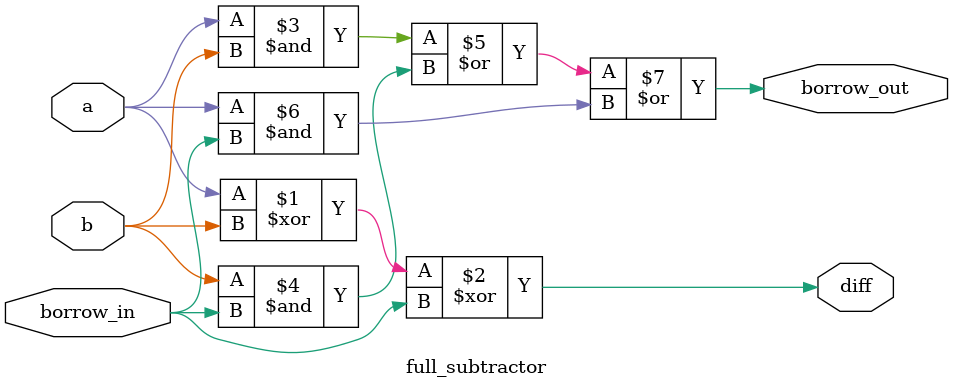
<source format=v>
module full_subtractor(a, b, borrow_in,diff,borrow_out);
    input a, b, borrow_in;
    output diff, borrow_out;
    assign diff = a ^ b ^ borrow_in;
    assign borrow_out = (a & b) | (b & borrow_in) | (a & borrow_in);
endmodule
</source>
